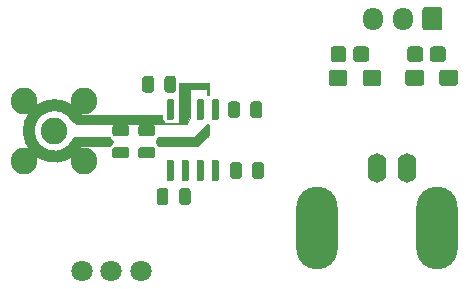
<source format=gts>
G04 #@! TF.GenerationSoftware,KiCad,Pcbnew,(5.1.5-0)*
G04 #@! TF.CreationDate,2020-06-12T16:12:48+02:00*
G04 #@! TF.ProjectId,Ampli_IMS,416d706c-695f-4494-9d53-2e6b69636164,rev?*
G04 #@! TF.SameCoordinates,Original*
G04 #@! TF.FileFunction,Soldermask,Top*
G04 #@! TF.FilePolarity,Negative*
%FSLAX46Y46*%
G04 Gerber Fmt 4.6, Leading zero omitted, Abs format (unit mm)*
G04 Created by KiCad (PCBNEW (5.1.5-0)) date 2020-06-12 16:12:48*
%MOMM*%
%LPD*%
G04 APERTURE LIST*
%ADD10C,1.000000*%
%ADD11C,0.100000*%
%ADD12C,2.250000*%
%ADD13C,1.800000*%
%ADD14O,1.700000X1.950000*%
%ADD15O,1.600000X2.500000*%
%ADD16O,3.500000X7.000000*%
%ADD17C,0.050000*%
%ADD18C,0.254000*%
G04 APERTURE END LIST*
D10*
X30938291Y-34993995D02*
G75*
G02X30850000Y-32850000I-1938291J993995D01*
G01*
D11*
G36*
X53562005Y-28826204D02*
G01*
X53586273Y-28829804D01*
X53610072Y-28835765D01*
X53633171Y-28844030D01*
X53655350Y-28854520D01*
X53676393Y-28867132D01*
X53696099Y-28881747D01*
X53714277Y-28898223D01*
X53730753Y-28916401D01*
X53745368Y-28936107D01*
X53757980Y-28957150D01*
X53768470Y-28979329D01*
X53776735Y-29002428D01*
X53782696Y-29026227D01*
X53786296Y-29050495D01*
X53787500Y-29074999D01*
X53787500Y-29925001D01*
X53786296Y-29949505D01*
X53782696Y-29973773D01*
X53776735Y-29997572D01*
X53768470Y-30020671D01*
X53757980Y-30042850D01*
X53745368Y-30063893D01*
X53730753Y-30083599D01*
X53714277Y-30101777D01*
X53696099Y-30118253D01*
X53676393Y-30132868D01*
X53655350Y-30145480D01*
X53633171Y-30155970D01*
X53610072Y-30164235D01*
X53586273Y-30170196D01*
X53562005Y-30173796D01*
X53537501Y-30175000D01*
X52462499Y-30175000D01*
X52437995Y-30173796D01*
X52413727Y-30170196D01*
X52389928Y-30164235D01*
X52366829Y-30155970D01*
X52344650Y-30145480D01*
X52323607Y-30132868D01*
X52303901Y-30118253D01*
X52285723Y-30101777D01*
X52269247Y-30083599D01*
X52254632Y-30063893D01*
X52242020Y-30042850D01*
X52231530Y-30020671D01*
X52223265Y-29997572D01*
X52217304Y-29973773D01*
X52213704Y-29949505D01*
X52212500Y-29925001D01*
X52212500Y-29074999D01*
X52213704Y-29050495D01*
X52217304Y-29026227D01*
X52223265Y-29002428D01*
X52231530Y-28979329D01*
X52242020Y-28957150D01*
X52254632Y-28936107D01*
X52269247Y-28916401D01*
X52285723Y-28898223D01*
X52303901Y-28881747D01*
X52323607Y-28867132D01*
X52344650Y-28854520D01*
X52366829Y-28844030D01*
X52389928Y-28835765D01*
X52413727Y-28829804D01*
X52437995Y-28826204D01*
X52462499Y-28825000D01*
X53537501Y-28825000D01*
X53562005Y-28826204D01*
G37*
G36*
X56437005Y-28826204D02*
G01*
X56461273Y-28829804D01*
X56485072Y-28835765D01*
X56508171Y-28844030D01*
X56530350Y-28854520D01*
X56551393Y-28867132D01*
X56571099Y-28881747D01*
X56589277Y-28898223D01*
X56605753Y-28916401D01*
X56620368Y-28936107D01*
X56632980Y-28957150D01*
X56643470Y-28979329D01*
X56651735Y-29002428D01*
X56657696Y-29026227D01*
X56661296Y-29050495D01*
X56662500Y-29074999D01*
X56662500Y-29925001D01*
X56661296Y-29949505D01*
X56657696Y-29973773D01*
X56651735Y-29997572D01*
X56643470Y-30020671D01*
X56632980Y-30042850D01*
X56620368Y-30063893D01*
X56605753Y-30083599D01*
X56589277Y-30101777D01*
X56571099Y-30118253D01*
X56551393Y-30132868D01*
X56530350Y-30145480D01*
X56508171Y-30155970D01*
X56485072Y-30164235D01*
X56461273Y-30170196D01*
X56437005Y-30173796D01*
X56412501Y-30175000D01*
X55337499Y-30175000D01*
X55312995Y-30173796D01*
X55288727Y-30170196D01*
X55264928Y-30164235D01*
X55241829Y-30155970D01*
X55219650Y-30145480D01*
X55198607Y-30132868D01*
X55178901Y-30118253D01*
X55160723Y-30101777D01*
X55144247Y-30083599D01*
X55129632Y-30063893D01*
X55117020Y-30042850D01*
X55106530Y-30020671D01*
X55098265Y-29997572D01*
X55092304Y-29973773D01*
X55088704Y-29949505D01*
X55087500Y-29925001D01*
X55087500Y-29074999D01*
X55088704Y-29050495D01*
X55092304Y-29026227D01*
X55098265Y-29002428D01*
X55106530Y-28979329D01*
X55117020Y-28957150D01*
X55129632Y-28936107D01*
X55144247Y-28916401D01*
X55160723Y-28898223D01*
X55178901Y-28881747D01*
X55198607Y-28867132D01*
X55219650Y-28854520D01*
X55241829Y-28844030D01*
X55264928Y-28835765D01*
X55288727Y-28829804D01*
X55312995Y-28826204D01*
X55337499Y-28825000D01*
X56412501Y-28825000D01*
X56437005Y-28826204D01*
G37*
G36*
X53474504Y-26851204D02*
G01*
X53498773Y-26854804D01*
X53522571Y-26860765D01*
X53545671Y-26869030D01*
X53567849Y-26879520D01*
X53588893Y-26892133D01*
X53608598Y-26906747D01*
X53626777Y-26923223D01*
X53643253Y-26941402D01*
X53657867Y-26961107D01*
X53670480Y-26982151D01*
X53680970Y-27004329D01*
X53689235Y-27027429D01*
X53695196Y-27051227D01*
X53698796Y-27075496D01*
X53700000Y-27100000D01*
X53700000Y-27900000D01*
X53698796Y-27924504D01*
X53695196Y-27948773D01*
X53689235Y-27972571D01*
X53680970Y-27995671D01*
X53670480Y-28017849D01*
X53657867Y-28038893D01*
X53643253Y-28058598D01*
X53626777Y-28076777D01*
X53608598Y-28093253D01*
X53588893Y-28107867D01*
X53567849Y-28120480D01*
X53545671Y-28130970D01*
X53522571Y-28139235D01*
X53498773Y-28145196D01*
X53474504Y-28148796D01*
X53450000Y-28150000D01*
X52625000Y-28150000D01*
X52600496Y-28148796D01*
X52576227Y-28145196D01*
X52552429Y-28139235D01*
X52529329Y-28130970D01*
X52507151Y-28120480D01*
X52486107Y-28107867D01*
X52466402Y-28093253D01*
X52448223Y-28076777D01*
X52431747Y-28058598D01*
X52417133Y-28038893D01*
X52404520Y-28017849D01*
X52394030Y-27995671D01*
X52385765Y-27972571D01*
X52379804Y-27948773D01*
X52376204Y-27924504D01*
X52375000Y-27900000D01*
X52375000Y-27100000D01*
X52376204Y-27075496D01*
X52379804Y-27051227D01*
X52385765Y-27027429D01*
X52394030Y-27004329D01*
X52404520Y-26982151D01*
X52417133Y-26961107D01*
X52431747Y-26941402D01*
X52448223Y-26923223D01*
X52466402Y-26906747D01*
X52486107Y-26892133D01*
X52507151Y-26879520D01*
X52529329Y-26869030D01*
X52552429Y-26860765D01*
X52576227Y-26854804D01*
X52600496Y-26851204D01*
X52625000Y-26850000D01*
X53450000Y-26850000D01*
X53474504Y-26851204D01*
G37*
G36*
X55399504Y-26851204D02*
G01*
X55423773Y-26854804D01*
X55447571Y-26860765D01*
X55470671Y-26869030D01*
X55492849Y-26879520D01*
X55513893Y-26892133D01*
X55533598Y-26906747D01*
X55551777Y-26923223D01*
X55568253Y-26941402D01*
X55582867Y-26961107D01*
X55595480Y-26982151D01*
X55605970Y-27004329D01*
X55614235Y-27027429D01*
X55620196Y-27051227D01*
X55623796Y-27075496D01*
X55625000Y-27100000D01*
X55625000Y-27900000D01*
X55623796Y-27924504D01*
X55620196Y-27948773D01*
X55614235Y-27972571D01*
X55605970Y-27995671D01*
X55595480Y-28017849D01*
X55582867Y-28038893D01*
X55568253Y-28058598D01*
X55551777Y-28076777D01*
X55533598Y-28093253D01*
X55513893Y-28107867D01*
X55492849Y-28120480D01*
X55470671Y-28130970D01*
X55447571Y-28139235D01*
X55423773Y-28145196D01*
X55399504Y-28148796D01*
X55375000Y-28150000D01*
X54550000Y-28150000D01*
X54525496Y-28148796D01*
X54501227Y-28145196D01*
X54477429Y-28139235D01*
X54454329Y-28130970D01*
X54432151Y-28120480D01*
X54411107Y-28107867D01*
X54391402Y-28093253D01*
X54373223Y-28076777D01*
X54356747Y-28058598D01*
X54342133Y-28038893D01*
X54329520Y-28017849D01*
X54319030Y-27995671D01*
X54310765Y-27972571D01*
X54304804Y-27948773D01*
X54301204Y-27924504D01*
X54300000Y-27900000D01*
X54300000Y-27100000D01*
X54301204Y-27075496D01*
X54304804Y-27051227D01*
X54310765Y-27027429D01*
X54319030Y-27004329D01*
X54329520Y-26982151D01*
X54342133Y-26961107D01*
X54356747Y-26941402D01*
X54373223Y-26923223D01*
X54391402Y-26906747D01*
X54411107Y-26892133D01*
X54432151Y-26879520D01*
X54454329Y-26869030D01*
X54477429Y-26860765D01*
X54501227Y-26854804D01*
X54525496Y-26851204D01*
X54550000Y-26850000D01*
X55375000Y-26850000D01*
X55399504Y-26851204D01*
G37*
G36*
X61899504Y-26851204D02*
G01*
X61923773Y-26854804D01*
X61947571Y-26860765D01*
X61970671Y-26869030D01*
X61992849Y-26879520D01*
X62013893Y-26892133D01*
X62033598Y-26906747D01*
X62051777Y-26923223D01*
X62068253Y-26941402D01*
X62082867Y-26961107D01*
X62095480Y-26982151D01*
X62105970Y-27004329D01*
X62114235Y-27027429D01*
X62120196Y-27051227D01*
X62123796Y-27075496D01*
X62125000Y-27100000D01*
X62125000Y-27900000D01*
X62123796Y-27924504D01*
X62120196Y-27948773D01*
X62114235Y-27972571D01*
X62105970Y-27995671D01*
X62095480Y-28017849D01*
X62082867Y-28038893D01*
X62068253Y-28058598D01*
X62051777Y-28076777D01*
X62033598Y-28093253D01*
X62013893Y-28107867D01*
X61992849Y-28120480D01*
X61970671Y-28130970D01*
X61947571Y-28139235D01*
X61923773Y-28145196D01*
X61899504Y-28148796D01*
X61875000Y-28150000D01*
X61050000Y-28150000D01*
X61025496Y-28148796D01*
X61001227Y-28145196D01*
X60977429Y-28139235D01*
X60954329Y-28130970D01*
X60932151Y-28120480D01*
X60911107Y-28107867D01*
X60891402Y-28093253D01*
X60873223Y-28076777D01*
X60856747Y-28058598D01*
X60842133Y-28038893D01*
X60829520Y-28017849D01*
X60819030Y-27995671D01*
X60810765Y-27972571D01*
X60804804Y-27948773D01*
X60801204Y-27924504D01*
X60800000Y-27900000D01*
X60800000Y-27100000D01*
X60801204Y-27075496D01*
X60804804Y-27051227D01*
X60810765Y-27027429D01*
X60819030Y-27004329D01*
X60829520Y-26982151D01*
X60842133Y-26961107D01*
X60856747Y-26941402D01*
X60873223Y-26923223D01*
X60891402Y-26906747D01*
X60911107Y-26892133D01*
X60932151Y-26879520D01*
X60954329Y-26869030D01*
X60977429Y-26860765D01*
X61001227Y-26854804D01*
X61025496Y-26851204D01*
X61050000Y-26850000D01*
X61875000Y-26850000D01*
X61899504Y-26851204D01*
G37*
G36*
X59974504Y-26851204D02*
G01*
X59998773Y-26854804D01*
X60022571Y-26860765D01*
X60045671Y-26869030D01*
X60067849Y-26879520D01*
X60088893Y-26892133D01*
X60108598Y-26906747D01*
X60126777Y-26923223D01*
X60143253Y-26941402D01*
X60157867Y-26961107D01*
X60170480Y-26982151D01*
X60180970Y-27004329D01*
X60189235Y-27027429D01*
X60195196Y-27051227D01*
X60198796Y-27075496D01*
X60200000Y-27100000D01*
X60200000Y-27900000D01*
X60198796Y-27924504D01*
X60195196Y-27948773D01*
X60189235Y-27972571D01*
X60180970Y-27995671D01*
X60170480Y-28017849D01*
X60157867Y-28038893D01*
X60143253Y-28058598D01*
X60126777Y-28076777D01*
X60108598Y-28093253D01*
X60088893Y-28107867D01*
X60067849Y-28120480D01*
X60045671Y-28130970D01*
X60022571Y-28139235D01*
X59998773Y-28145196D01*
X59974504Y-28148796D01*
X59950000Y-28150000D01*
X59125000Y-28150000D01*
X59100496Y-28148796D01*
X59076227Y-28145196D01*
X59052429Y-28139235D01*
X59029329Y-28130970D01*
X59007151Y-28120480D01*
X58986107Y-28107867D01*
X58966402Y-28093253D01*
X58948223Y-28076777D01*
X58931747Y-28058598D01*
X58917133Y-28038893D01*
X58904520Y-28017849D01*
X58894030Y-27995671D01*
X58885765Y-27972571D01*
X58879804Y-27948773D01*
X58876204Y-27924504D01*
X58875000Y-27900000D01*
X58875000Y-27100000D01*
X58876204Y-27075496D01*
X58879804Y-27051227D01*
X58885765Y-27027429D01*
X58894030Y-27004329D01*
X58904520Y-26982151D01*
X58917133Y-26961107D01*
X58931747Y-26941402D01*
X58948223Y-26923223D01*
X58966402Y-26906747D01*
X58986107Y-26892133D01*
X59007151Y-26879520D01*
X59029329Y-26869030D01*
X59052429Y-26860765D01*
X59076227Y-26854804D01*
X59100496Y-26851204D01*
X59125000Y-26850000D01*
X59950000Y-26850000D01*
X59974504Y-26851204D01*
G37*
G36*
X62937005Y-28826204D02*
G01*
X62961273Y-28829804D01*
X62985072Y-28835765D01*
X63008171Y-28844030D01*
X63030350Y-28854520D01*
X63051393Y-28867132D01*
X63071099Y-28881747D01*
X63089277Y-28898223D01*
X63105753Y-28916401D01*
X63120368Y-28936107D01*
X63132980Y-28957150D01*
X63143470Y-28979329D01*
X63151735Y-29002428D01*
X63157696Y-29026227D01*
X63161296Y-29050495D01*
X63162500Y-29074999D01*
X63162500Y-29925001D01*
X63161296Y-29949505D01*
X63157696Y-29973773D01*
X63151735Y-29997572D01*
X63143470Y-30020671D01*
X63132980Y-30042850D01*
X63120368Y-30063893D01*
X63105753Y-30083599D01*
X63089277Y-30101777D01*
X63071099Y-30118253D01*
X63051393Y-30132868D01*
X63030350Y-30145480D01*
X63008171Y-30155970D01*
X62985072Y-30164235D01*
X62961273Y-30170196D01*
X62937005Y-30173796D01*
X62912501Y-30175000D01*
X61837499Y-30175000D01*
X61812995Y-30173796D01*
X61788727Y-30170196D01*
X61764928Y-30164235D01*
X61741829Y-30155970D01*
X61719650Y-30145480D01*
X61698607Y-30132868D01*
X61678901Y-30118253D01*
X61660723Y-30101777D01*
X61644247Y-30083599D01*
X61629632Y-30063893D01*
X61617020Y-30042850D01*
X61606530Y-30020671D01*
X61598265Y-29997572D01*
X61592304Y-29973773D01*
X61588704Y-29949505D01*
X61587500Y-29925001D01*
X61587500Y-29074999D01*
X61588704Y-29050495D01*
X61592304Y-29026227D01*
X61598265Y-29002428D01*
X61606530Y-28979329D01*
X61617020Y-28957150D01*
X61629632Y-28936107D01*
X61644247Y-28916401D01*
X61660723Y-28898223D01*
X61678901Y-28881747D01*
X61698607Y-28867132D01*
X61719650Y-28854520D01*
X61741829Y-28844030D01*
X61764928Y-28835765D01*
X61788727Y-28829804D01*
X61812995Y-28826204D01*
X61837499Y-28825000D01*
X62912501Y-28825000D01*
X62937005Y-28826204D01*
G37*
G36*
X60062005Y-28826204D02*
G01*
X60086273Y-28829804D01*
X60110072Y-28835765D01*
X60133171Y-28844030D01*
X60155350Y-28854520D01*
X60176393Y-28867132D01*
X60196099Y-28881747D01*
X60214277Y-28898223D01*
X60230753Y-28916401D01*
X60245368Y-28936107D01*
X60257980Y-28957150D01*
X60268470Y-28979329D01*
X60276735Y-29002428D01*
X60282696Y-29026227D01*
X60286296Y-29050495D01*
X60287500Y-29074999D01*
X60287500Y-29925001D01*
X60286296Y-29949505D01*
X60282696Y-29973773D01*
X60276735Y-29997572D01*
X60268470Y-30020671D01*
X60257980Y-30042850D01*
X60245368Y-30063893D01*
X60230753Y-30083599D01*
X60214277Y-30101777D01*
X60196099Y-30118253D01*
X60176393Y-30132868D01*
X60155350Y-30145480D01*
X60133171Y-30155970D01*
X60110072Y-30164235D01*
X60086273Y-30170196D01*
X60062005Y-30173796D01*
X60037501Y-30175000D01*
X58962499Y-30175000D01*
X58937995Y-30173796D01*
X58913727Y-30170196D01*
X58889928Y-30164235D01*
X58866829Y-30155970D01*
X58844650Y-30145480D01*
X58823607Y-30132868D01*
X58803901Y-30118253D01*
X58785723Y-30101777D01*
X58769247Y-30083599D01*
X58754632Y-30063893D01*
X58742020Y-30042850D01*
X58731530Y-30020671D01*
X58723265Y-29997572D01*
X58717304Y-29973773D01*
X58713704Y-29949505D01*
X58712500Y-29925001D01*
X58712500Y-29074999D01*
X58713704Y-29050495D01*
X58717304Y-29026227D01*
X58723265Y-29002428D01*
X58731530Y-28979329D01*
X58742020Y-28957150D01*
X58754632Y-28936107D01*
X58769247Y-28916401D01*
X58785723Y-28898223D01*
X58803901Y-28881747D01*
X58823607Y-28867132D01*
X58844650Y-28854520D01*
X58866829Y-28844030D01*
X58889928Y-28835765D01*
X58913727Y-28829804D01*
X58937995Y-28826204D01*
X58962499Y-28825000D01*
X60037501Y-28825000D01*
X60062005Y-28826204D01*
G37*
G36*
X42764703Y-31325722D02*
G01*
X42779264Y-31327882D01*
X42793543Y-31331459D01*
X42807403Y-31336418D01*
X42820710Y-31342712D01*
X42833336Y-31350280D01*
X42845159Y-31359048D01*
X42856066Y-31368934D01*
X42865952Y-31379841D01*
X42874720Y-31391664D01*
X42882288Y-31404290D01*
X42888582Y-31417597D01*
X42893541Y-31431457D01*
X42897118Y-31445736D01*
X42899278Y-31460297D01*
X42900000Y-31475000D01*
X42900000Y-32925000D01*
X42899278Y-32939703D01*
X42897118Y-32954264D01*
X42893541Y-32968543D01*
X42888582Y-32982403D01*
X42882288Y-32995710D01*
X42874720Y-33008336D01*
X42865952Y-33020159D01*
X42856066Y-33031066D01*
X42845159Y-33040952D01*
X42833336Y-33049720D01*
X42820710Y-33057288D01*
X42807403Y-33063582D01*
X42793543Y-33068541D01*
X42779264Y-33072118D01*
X42764703Y-33074278D01*
X42750000Y-33075000D01*
X42450000Y-33075000D01*
X42435297Y-33074278D01*
X42420736Y-33072118D01*
X42406457Y-33068541D01*
X42392597Y-33063582D01*
X42379290Y-33057288D01*
X42366664Y-33049720D01*
X42354841Y-33040952D01*
X42343934Y-33031066D01*
X42334048Y-33020159D01*
X42325280Y-33008336D01*
X42317712Y-32995710D01*
X42311418Y-32982403D01*
X42306459Y-32968543D01*
X42302882Y-32954264D01*
X42300722Y-32939703D01*
X42300000Y-32925000D01*
X42300000Y-31475000D01*
X42300722Y-31460297D01*
X42302882Y-31445736D01*
X42306459Y-31431457D01*
X42311418Y-31417597D01*
X42317712Y-31404290D01*
X42325280Y-31391664D01*
X42334048Y-31379841D01*
X42343934Y-31368934D01*
X42354841Y-31359048D01*
X42366664Y-31350280D01*
X42379290Y-31342712D01*
X42392597Y-31336418D01*
X42406457Y-31331459D01*
X42420736Y-31327882D01*
X42435297Y-31325722D01*
X42450000Y-31325000D01*
X42750000Y-31325000D01*
X42764703Y-31325722D01*
G37*
G36*
X41494703Y-31325722D02*
G01*
X41509264Y-31327882D01*
X41523543Y-31331459D01*
X41537403Y-31336418D01*
X41550710Y-31342712D01*
X41563336Y-31350280D01*
X41575159Y-31359048D01*
X41586066Y-31368934D01*
X41595952Y-31379841D01*
X41604720Y-31391664D01*
X41612288Y-31404290D01*
X41618582Y-31417597D01*
X41623541Y-31431457D01*
X41627118Y-31445736D01*
X41629278Y-31460297D01*
X41630000Y-31475000D01*
X41630000Y-32925000D01*
X41629278Y-32939703D01*
X41627118Y-32954264D01*
X41623541Y-32968543D01*
X41618582Y-32982403D01*
X41612288Y-32995710D01*
X41604720Y-33008336D01*
X41595952Y-33020159D01*
X41586066Y-33031066D01*
X41575159Y-33040952D01*
X41563336Y-33049720D01*
X41550710Y-33057288D01*
X41537403Y-33063582D01*
X41523543Y-33068541D01*
X41509264Y-33072118D01*
X41494703Y-33074278D01*
X41480000Y-33075000D01*
X41180000Y-33075000D01*
X41165297Y-33074278D01*
X41150736Y-33072118D01*
X41136457Y-33068541D01*
X41122597Y-33063582D01*
X41109290Y-33057288D01*
X41096664Y-33049720D01*
X41084841Y-33040952D01*
X41073934Y-33031066D01*
X41064048Y-33020159D01*
X41055280Y-33008336D01*
X41047712Y-32995710D01*
X41041418Y-32982403D01*
X41036459Y-32968543D01*
X41032882Y-32954264D01*
X41030722Y-32939703D01*
X41030000Y-32925000D01*
X41030000Y-31475000D01*
X41030722Y-31460297D01*
X41032882Y-31445736D01*
X41036459Y-31431457D01*
X41041418Y-31417597D01*
X41047712Y-31404290D01*
X41055280Y-31391664D01*
X41064048Y-31379841D01*
X41073934Y-31368934D01*
X41084841Y-31359048D01*
X41096664Y-31350280D01*
X41109290Y-31342712D01*
X41122597Y-31336418D01*
X41136457Y-31331459D01*
X41150736Y-31327882D01*
X41165297Y-31325722D01*
X41180000Y-31325000D01*
X41480000Y-31325000D01*
X41494703Y-31325722D01*
G37*
G36*
X40224703Y-31325722D02*
G01*
X40239264Y-31327882D01*
X40253543Y-31331459D01*
X40267403Y-31336418D01*
X40280710Y-31342712D01*
X40293336Y-31350280D01*
X40305159Y-31359048D01*
X40316066Y-31368934D01*
X40325952Y-31379841D01*
X40334720Y-31391664D01*
X40342288Y-31404290D01*
X40348582Y-31417597D01*
X40353541Y-31431457D01*
X40357118Y-31445736D01*
X40359278Y-31460297D01*
X40360000Y-31475000D01*
X40360000Y-32925000D01*
X40359278Y-32939703D01*
X40357118Y-32954264D01*
X40353541Y-32968543D01*
X40348582Y-32982403D01*
X40342288Y-32995710D01*
X40334720Y-33008336D01*
X40325952Y-33020159D01*
X40316066Y-33031066D01*
X40305159Y-33040952D01*
X40293336Y-33049720D01*
X40280710Y-33057288D01*
X40267403Y-33063582D01*
X40253543Y-33068541D01*
X40239264Y-33072118D01*
X40224703Y-33074278D01*
X40210000Y-33075000D01*
X39910000Y-33075000D01*
X39895297Y-33074278D01*
X39880736Y-33072118D01*
X39866457Y-33068541D01*
X39852597Y-33063582D01*
X39839290Y-33057288D01*
X39826664Y-33049720D01*
X39814841Y-33040952D01*
X39803934Y-33031066D01*
X39794048Y-33020159D01*
X39785280Y-33008336D01*
X39777712Y-32995710D01*
X39771418Y-32982403D01*
X39766459Y-32968543D01*
X39762882Y-32954264D01*
X39760722Y-32939703D01*
X39760000Y-32925000D01*
X39760000Y-31475000D01*
X39760722Y-31460297D01*
X39762882Y-31445736D01*
X39766459Y-31431457D01*
X39771418Y-31417597D01*
X39777712Y-31404290D01*
X39785280Y-31391664D01*
X39794048Y-31379841D01*
X39803934Y-31368934D01*
X39814841Y-31359048D01*
X39826664Y-31350280D01*
X39839290Y-31342712D01*
X39852597Y-31336418D01*
X39866457Y-31331459D01*
X39880736Y-31327882D01*
X39895297Y-31325722D01*
X39910000Y-31325000D01*
X40210000Y-31325000D01*
X40224703Y-31325722D01*
G37*
G36*
X38954703Y-31325722D02*
G01*
X38969264Y-31327882D01*
X38983543Y-31331459D01*
X38997403Y-31336418D01*
X39010710Y-31342712D01*
X39023336Y-31350280D01*
X39035159Y-31359048D01*
X39046066Y-31368934D01*
X39055952Y-31379841D01*
X39064720Y-31391664D01*
X39072288Y-31404290D01*
X39078582Y-31417597D01*
X39083541Y-31431457D01*
X39087118Y-31445736D01*
X39089278Y-31460297D01*
X39090000Y-31475000D01*
X39090000Y-32925000D01*
X39089278Y-32939703D01*
X39087118Y-32954264D01*
X39083541Y-32968543D01*
X39078582Y-32982403D01*
X39072288Y-32995710D01*
X39064720Y-33008336D01*
X39055952Y-33020159D01*
X39046066Y-33031066D01*
X39035159Y-33040952D01*
X39023336Y-33049720D01*
X39010710Y-33057288D01*
X38997403Y-33063582D01*
X38983543Y-33068541D01*
X38969264Y-33072118D01*
X38954703Y-33074278D01*
X38940000Y-33075000D01*
X38640000Y-33075000D01*
X38625297Y-33074278D01*
X38610736Y-33072118D01*
X38596457Y-33068541D01*
X38582597Y-33063582D01*
X38569290Y-33057288D01*
X38556664Y-33049720D01*
X38544841Y-33040952D01*
X38533934Y-33031066D01*
X38524048Y-33020159D01*
X38515280Y-33008336D01*
X38507712Y-32995710D01*
X38501418Y-32982403D01*
X38496459Y-32968543D01*
X38492882Y-32954264D01*
X38490722Y-32939703D01*
X38490000Y-32925000D01*
X38490000Y-31475000D01*
X38490722Y-31460297D01*
X38492882Y-31445736D01*
X38496459Y-31431457D01*
X38501418Y-31417597D01*
X38507712Y-31404290D01*
X38515280Y-31391664D01*
X38524048Y-31379841D01*
X38533934Y-31368934D01*
X38544841Y-31359048D01*
X38556664Y-31350280D01*
X38569290Y-31342712D01*
X38582597Y-31336418D01*
X38596457Y-31331459D01*
X38610736Y-31327882D01*
X38625297Y-31325722D01*
X38640000Y-31325000D01*
X38940000Y-31325000D01*
X38954703Y-31325722D01*
G37*
G36*
X38954703Y-36475722D02*
G01*
X38969264Y-36477882D01*
X38983543Y-36481459D01*
X38997403Y-36486418D01*
X39010710Y-36492712D01*
X39023336Y-36500280D01*
X39035159Y-36509048D01*
X39046066Y-36518934D01*
X39055952Y-36529841D01*
X39064720Y-36541664D01*
X39072288Y-36554290D01*
X39078582Y-36567597D01*
X39083541Y-36581457D01*
X39087118Y-36595736D01*
X39089278Y-36610297D01*
X39090000Y-36625000D01*
X39090000Y-38075000D01*
X39089278Y-38089703D01*
X39087118Y-38104264D01*
X39083541Y-38118543D01*
X39078582Y-38132403D01*
X39072288Y-38145710D01*
X39064720Y-38158336D01*
X39055952Y-38170159D01*
X39046066Y-38181066D01*
X39035159Y-38190952D01*
X39023336Y-38199720D01*
X39010710Y-38207288D01*
X38997403Y-38213582D01*
X38983543Y-38218541D01*
X38969264Y-38222118D01*
X38954703Y-38224278D01*
X38940000Y-38225000D01*
X38640000Y-38225000D01*
X38625297Y-38224278D01*
X38610736Y-38222118D01*
X38596457Y-38218541D01*
X38582597Y-38213582D01*
X38569290Y-38207288D01*
X38556664Y-38199720D01*
X38544841Y-38190952D01*
X38533934Y-38181066D01*
X38524048Y-38170159D01*
X38515280Y-38158336D01*
X38507712Y-38145710D01*
X38501418Y-38132403D01*
X38496459Y-38118543D01*
X38492882Y-38104264D01*
X38490722Y-38089703D01*
X38490000Y-38075000D01*
X38490000Y-36625000D01*
X38490722Y-36610297D01*
X38492882Y-36595736D01*
X38496459Y-36581457D01*
X38501418Y-36567597D01*
X38507712Y-36554290D01*
X38515280Y-36541664D01*
X38524048Y-36529841D01*
X38533934Y-36518934D01*
X38544841Y-36509048D01*
X38556664Y-36500280D01*
X38569290Y-36492712D01*
X38582597Y-36486418D01*
X38596457Y-36481459D01*
X38610736Y-36477882D01*
X38625297Y-36475722D01*
X38640000Y-36475000D01*
X38940000Y-36475000D01*
X38954703Y-36475722D01*
G37*
G36*
X40224703Y-36475722D02*
G01*
X40239264Y-36477882D01*
X40253543Y-36481459D01*
X40267403Y-36486418D01*
X40280710Y-36492712D01*
X40293336Y-36500280D01*
X40305159Y-36509048D01*
X40316066Y-36518934D01*
X40325952Y-36529841D01*
X40334720Y-36541664D01*
X40342288Y-36554290D01*
X40348582Y-36567597D01*
X40353541Y-36581457D01*
X40357118Y-36595736D01*
X40359278Y-36610297D01*
X40360000Y-36625000D01*
X40360000Y-38075000D01*
X40359278Y-38089703D01*
X40357118Y-38104264D01*
X40353541Y-38118543D01*
X40348582Y-38132403D01*
X40342288Y-38145710D01*
X40334720Y-38158336D01*
X40325952Y-38170159D01*
X40316066Y-38181066D01*
X40305159Y-38190952D01*
X40293336Y-38199720D01*
X40280710Y-38207288D01*
X40267403Y-38213582D01*
X40253543Y-38218541D01*
X40239264Y-38222118D01*
X40224703Y-38224278D01*
X40210000Y-38225000D01*
X39910000Y-38225000D01*
X39895297Y-38224278D01*
X39880736Y-38222118D01*
X39866457Y-38218541D01*
X39852597Y-38213582D01*
X39839290Y-38207288D01*
X39826664Y-38199720D01*
X39814841Y-38190952D01*
X39803934Y-38181066D01*
X39794048Y-38170159D01*
X39785280Y-38158336D01*
X39777712Y-38145710D01*
X39771418Y-38132403D01*
X39766459Y-38118543D01*
X39762882Y-38104264D01*
X39760722Y-38089703D01*
X39760000Y-38075000D01*
X39760000Y-36625000D01*
X39760722Y-36610297D01*
X39762882Y-36595736D01*
X39766459Y-36581457D01*
X39771418Y-36567597D01*
X39777712Y-36554290D01*
X39785280Y-36541664D01*
X39794048Y-36529841D01*
X39803934Y-36518934D01*
X39814841Y-36509048D01*
X39826664Y-36500280D01*
X39839290Y-36492712D01*
X39852597Y-36486418D01*
X39866457Y-36481459D01*
X39880736Y-36477882D01*
X39895297Y-36475722D01*
X39910000Y-36475000D01*
X40210000Y-36475000D01*
X40224703Y-36475722D01*
G37*
G36*
X41494703Y-36475722D02*
G01*
X41509264Y-36477882D01*
X41523543Y-36481459D01*
X41537403Y-36486418D01*
X41550710Y-36492712D01*
X41563336Y-36500280D01*
X41575159Y-36509048D01*
X41586066Y-36518934D01*
X41595952Y-36529841D01*
X41604720Y-36541664D01*
X41612288Y-36554290D01*
X41618582Y-36567597D01*
X41623541Y-36581457D01*
X41627118Y-36595736D01*
X41629278Y-36610297D01*
X41630000Y-36625000D01*
X41630000Y-38075000D01*
X41629278Y-38089703D01*
X41627118Y-38104264D01*
X41623541Y-38118543D01*
X41618582Y-38132403D01*
X41612288Y-38145710D01*
X41604720Y-38158336D01*
X41595952Y-38170159D01*
X41586066Y-38181066D01*
X41575159Y-38190952D01*
X41563336Y-38199720D01*
X41550710Y-38207288D01*
X41537403Y-38213582D01*
X41523543Y-38218541D01*
X41509264Y-38222118D01*
X41494703Y-38224278D01*
X41480000Y-38225000D01*
X41180000Y-38225000D01*
X41165297Y-38224278D01*
X41150736Y-38222118D01*
X41136457Y-38218541D01*
X41122597Y-38213582D01*
X41109290Y-38207288D01*
X41096664Y-38199720D01*
X41084841Y-38190952D01*
X41073934Y-38181066D01*
X41064048Y-38170159D01*
X41055280Y-38158336D01*
X41047712Y-38145710D01*
X41041418Y-38132403D01*
X41036459Y-38118543D01*
X41032882Y-38104264D01*
X41030722Y-38089703D01*
X41030000Y-38075000D01*
X41030000Y-36625000D01*
X41030722Y-36610297D01*
X41032882Y-36595736D01*
X41036459Y-36581457D01*
X41041418Y-36567597D01*
X41047712Y-36554290D01*
X41055280Y-36541664D01*
X41064048Y-36529841D01*
X41073934Y-36518934D01*
X41084841Y-36509048D01*
X41096664Y-36500280D01*
X41109290Y-36492712D01*
X41122597Y-36486418D01*
X41136457Y-36481459D01*
X41150736Y-36477882D01*
X41165297Y-36475722D01*
X41180000Y-36475000D01*
X41480000Y-36475000D01*
X41494703Y-36475722D01*
G37*
G36*
X42764703Y-36475722D02*
G01*
X42779264Y-36477882D01*
X42793543Y-36481459D01*
X42807403Y-36486418D01*
X42820710Y-36492712D01*
X42833336Y-36500280D01*
X42845159Y-36509048D01*
X42856066Y-36518934D01*
X42865952Y-36529841D01*
X42874720Y-36541664D01*
X42882288Y-36554290D01*
X42888582Y-36567597D01*
X42893541Y-36581457D01*
X42897118Y-36595736D01*
X42899278Y-36610297D01*
X42900000Y-36625000D01*
X42900000Y-38075000D01*
X42899278Y-38089703D01*
X42897118Y-38104264D01*
X42893541Y-38118543D01*
X42888582Y-38132403D01*
X42882288Y-38145710D01*
X42874720Y-38158336D01*
X42865952Y-38170159D01*
X42856066Y-38181066D01*
X42845159Y-38190952D01*
X42833336Y-38199720D01*
X42820710Y-38207288D01*
X42807403Y-38213582D01*
X42793543Y-38218541D01*
X42779264Y-38222118D01*
X42764703Y-38224278D01*
X42750000Y-38225000D01*
X42450000Y-38225000D01*
X42435297Y-38224278D01*
X42420736Y-38222118D01*
X42406457Y-38218541D01*
X42392597Y-38213582D01*
X42379290Y-38207288D01*
X42366664Y-38199720D01*
X42354841Y-38190952D01*
X42343934Y-38181066D01*
X42334048Y-38170159D01*
X42325280Y-38158336D01*
X42317712Y-38145710D01*
X42311418Y-38132403D01*
X42306459Y-38118543D01*
X42302882Y-38104264D01*
X42300722Y-38089703D01*
X42300000Y-38075000D01*
X42300000Y-36625000D01*
X42300722Y-36610297D01*
X42302882Y-36595736D01*
X42306459Y-36581457D01*
X42311418Y-36567597D01*
X42317712Y-36554290D01*
X42325280Y-36541664D01*
X42334048Y-36529841D01*
X42343934Y-36518934D01*
X42354841Y-36509048D01*
X42366664Y-36500280D01*
X42379290Y-36492712D01*
X42392597Y-36486418D01*
X42406457Y-36481459D01*
X42420736Y-36477882D01*
X42435297Y-36475722D01*
X42450000Y-36475000D01*
X42750000Y-36475000D01*
X42764703Y-36475722D01*
G37*
G36*
X44467642Y-31501174D02*
G01*
X44491303Y-31504684D01*
X44514507Y-31510496D01*
X44537029Y-31518554D01*
X44558653Y-31528782D01*
X44579170Y-31541079D01*
X44598383Y-31555329D01*
X44616107Y-31571393D01*
X44632171Y-31589117D01*
X44646421Y-31608330D01*
X44658718Y-31628847D01*
X44668946Y-31650471D01*
X44677004Y-31672993D01*
X44682816Y-31696197D01*
X44686326Y-31719858D01*
X44687500Y-31743750D01*
X44687500Y-32656250D01*
X44686326Y-32680142D01*
X44682816Y-32703803D01*
X44677004Y-32727007D01*
X44668946Y-32749529D01*
X44658718Y-32771153D01*
X44646421Y-32791670D01*
X44632171Y-32810883D01*
X44616107Y-32828607D01*
X44598383Y-32844671D01*
X44579170Y-32858921D01*
X44558653Y-32871218D01*
X44537029Y-32881446D01*
X44514507Y-32889504D01*
X44491303Y-32895316D01*
X44467642Y-32898826D01*
X44443750Y-32900000D01*
X43956250Y-32900000D01*
X43932358Y-32898826D01*
X43908697Y-32895316D01*
X43885493Y-32889504D01*
X43862971Y-32881446D01*
X43841347Y-32871218D01*
X43820830Y-32858921D01*
X43801617Y-32844671D01*
X43783893Y-32828607D01*
X43767829Y-32810883D01*
X43753579Y-32791670D01*
X43741282Y-32771153D01*
X43731054Y-32749529D01*
X43722996Y-32727007D01*
X43717184Y-32703803D01*
X43713674Y-32680142D01*
X43712500Y-32656250D01*
X43712500Y-31743750D01*
X43713674Y-31719858D01*
X43717184Y-31696197D01*
X43722996Y-31672993D01*
X43731054Y-31650471D01*
X43741282Y-31628847D01*
X43753579Y-31608330D01*
X43767829Y-31589117D01*
X43783893Y-31571393D01*
X43801617Y-31555329D01*
X43820830Y-31541079D01*
X43841347Y-31528782D01*
X43862971Y-31518554D01*
X43885493Y-31510496D01*
X43908697Y-31504684D01*
X43932358Y-31501174D01*
X43956250Y-31500000D01*
X44443750Y-31500000D01*
X44467642Y-31501174D01*
G37*
G36*
X46342642Y-31501174D02*
G01*
X46366303Y-31504684D01*
X46389507Y-31510496D01*
X46412029Y-31518554D01*
X46433653Y-31528782D01*
X46454170Y-31541079D01*
X46473383Y-31555329D01*
X46491107Y-31571393D01*
X46507171Y-31589117D01*
X46521421Y-31608330D01*
X46533718Y-31628847D01*
X46543946Y-31650471D01*
X46552004Y-31672993D01*
X46557816Y-31696197D01*
X46561326Y-31719858D01*
X46562500Y-31743750D01*
X46562500Y-32656250D01*
X46561326Y-32680142D01*
X46557816Y-32703803D01*
X46552004Y-32727007D01*
X46543946Y-32749529D01*
X46533718Y-32771153D01*
X46521421Y-32791670D01*
X46507171Y-32810883D01*
X46491107Y-32828607D01*
X46473383Y-32844671D01*
X46454170Y-32858921D01*
X46433653Y-32871218D01*
X46412029Y-32881446D01*
X46389507Y-32889504D01*
X46366303Y-32895316D01*
X46342642Y-32898826D01*
X46318750Y-32900000D01*
X45831250Y-32900000D01*
X45807358Y-32898826D01*
X45783697Y-32895316D01*
X45760493Y-32889504D01*
X45737971Y-32881446D01*
X45716347Y-32871218D01*
X45695830Y-32858921D01*
X45676617Y-32844671D01*
X45658893Y-32828607D01*
X45642829Y-32810883D01*
X45628579Y-32791670D01*
X45616282Y-32771153D01*
X45606054Y-32749529D01*
X45597996Y-32727007D01*
X45592184Y-32703803D01*
X45588674Y-32680142D01*
X45587500Y-32656250D01*
X45587500Y-31743750D01*
X45588674Y-31719858D01*
X45592184Y-31696197D01*
X45597996Y-31672993D01*
X45606054Y-31650471D01*
X45616282Y-31628847D01*
X45628579Y-31608330D01*
X45642829Y-31589117D01*
X45658893Y-31571393D01*
X45676617Y-31555329D01*
X45695830Y-31541079D01*
X45716347Y-31528782D01*
X45737971Y-31518554D01*
X45760493Y-31510496D01*
X45783697Y-31504684D01*
X45807358Y-31501174D01*
X45831250Y-31500000D01*
X46318750Y-31500000D01*
X46342642Y-31501174D01*
G37*
G36*
X40305142Y-38851174D02*
G01*
X40328803Y-38854684D01*
X40352007Y-38860496D01*
X40374529Y-38868554D01*
X40396153Y-38878782D01*
X40416670Y-38891079D01*
X40435883Y-38905329D01*
X40453607Y-38921393D01*
X40469671Y-38939117D01*
X40483921Y-38958330D01*
X40496218Y-38978847D01*
X40506446Y-39000471D01*
X40514504Y-39022993D01*
X40520316Y-39046197D01*
X40523826Y-39069858D01*
X40525000Y-39093750D01*
X40525000Y-40006250D01*
X40523826Y-40030142D01*
X40520316Y-40053803D01*
X40514504Y-40077007D01*
X40506446Y-40099529D01*
X40496218Y-40121153D01*
X40483921Y-40141670D01*
X40469671Y-40160883D01*
X40453607Y-40178607D01*
X40435883Y-40194671D01*
X40416670Y-40208921D01*
X40396153Y-40221218D01*
X40374529Y-40231446D01*
X40352007Y-40239504D01*
X40328803Y-40245316D01*
X40305142Y-40248826D01*
X40281250Y-40250000D01*
X39793750Y-40250000D01*
X39769858Y-40248826D01*
X39746197Y-40245316D01*
X39722993Y-40239504D01*
X39700471Y-40231446D01*
X39678847Y-40221218D01*
X39658330Y-40208921D01*
X39639117Y-40194671D01*
X39621393Y-40178607D01*
X39605329Y-40160883D01*
X39591079Y-40141670D01*
X39578782Y-40121153D01*
X39568554Y-40099529D01*
X39560496Y-40077007D01*
X39554684Y-40053803D01*
X39551174Y-40030142D01*
X39550000Y-40006250D01*
X39550000Y-39093750D01*
X39551174Y-39069858D01*
X39554684Y-39046197D01*
X39560496Y-39022993D01*
X39568554Y-39000471D01*
X39578782Y-38978847D01*
X39591079Y-38958330D01*
X39605329Y-38939117D01*
X39621393Y-38921393D01*
X39639117Y-38905329D01*
X39658330Y-38891079D01*
X39678847Y-38878782D01*
X39700471Y-38868554D01*
X39722993Y-38860496D01*
X39746197Y-38854684D01*
X39769858Y-38851174D01*
X39793750Y-38850000D01*
X40281250Y-38850000D01*
X40305142Y-38851174D01*
G37*
G36*
X38430142Y-38851174D02*
G01*
X38453803Y-38854684D01*
X38477007Y-38860496D01*
X38499529Y-38868554D01*
X38521153Y-38878782D01*
X38541670Y-38891079D01*
X38560883Y-38905329D01*
X38578607Y-38921393D01*
X38594671Y-38939117D01*
X38608921Y-38958330D01*
X38621218Y-38978847D01*
X38631446Y-39000471D01*
X38639504Y-39022993D01*
X38645316Y-39046197D01*
X38648826Y-39069858D01*
X38650000Y-39093750D01*
X38650000Y-40006250D01*
X38648826Y-40030142D01*
X38645316Y-40053803D01*
X38639504Y-40077007D01*
X38631446Y-40099529D01*
X38621218Y-40121153D01*
X38608921Y-40141670D01*
X38594671Y-40160883D01*
X38578607Y-40178607D01*
X38560883Y-40194671D01*
X38541670Y-40208921D01*
X38521153Y-40221218D01*
X38499529Y-40231446D01*
X38477007Y-40239504D01*
X38453803Y-40245316D01*
X38430142Y-40248826D01*
X38406250Y-40250000D01*
X37918750Y-40250000D01*
X37894858Y-40248826D01*
X37871197Y-40245316D01*
X37847993Y-40239504D01*
X37825471Y-40231446D01*
X37803847Y-40221218D01*
X37783330Y-40208921D01*
X37764117Y-40194671D01*
X37746393Y-40178607D01*
X37730329Y-40160883D01*
X37716079Y-40141670D01*
X37703782Y-40121153D01*
X37693554Y-40099529D01*
X37685496Y-40077007D01*
X37679684Y-40053803D01*
X37676174Y-40030142D01*
X37675000Y-40006250D01*
X37675000Y-39093750D01*
X37676174Y-39069858D01*
X37679684Y-39046197D01*
X37685496Y-39022993D01*
X37693554Y-39000471D01*
X37703782Y-38978847D01*
X37716079Y-38958330D01*
X37730329Y-38939117D01*
X37746393Y-38921393D01*
X37764117Y-38905329D01*
X37783330Y-38891079D01*
X37803847Y-38878782D01*
X37825471Y-38868554D01*
X37847993Y-38860496D01*
X37871197Y-38854684D01*
X37894858Y-38851174D01*
X37918750Y-38850000D01*
X38406250Y-38850000D01*
X38430142Y-38851174D01*
G37*
G36*
X35080142Y-33476174D02*
G01*
X35103803Y-33479684D01*
X35127007Y-33485496D01*
X35149529Y-33493554D01*
X35171153Y-33503782D01*
X35191670Y-33516079D01*
X35210883Y-33530329D01*
X35228607Y-33546393D01*
X35244671Y-33564117D01*
X35258921Y-33583330D01*
X35271218Y-33603847D01*
X35281446Y-33625471D01*
X35289504Y-33647993D01*
X35295316Y-33671197D01*
X35298826Y-33694858D01*
X35300000Y-33718750D01*
X35300000Y-34206250D01*
X35298826Y-34230142D01*
X35295316Y-34253803D01*
X35289504Y-34277007D01*
X35281446Y-34299529D01*
X35271218Y-34321153D01*
X35258921Y-34341670D01*
X35244671Y-34360883D01*
X35228607Y-34378607D01*
X35210883Y-34394671D01*
X35191670Y-34408921D01*
X35171153Y-34421218D01*
X35149529Y-34431446D01*
X35127007Y-34439504D01*
X35103803Y-34445316D01*
X35080142Y-34448826D01*
X35056250Y-34450000D01*
X34143750Y-34450000D01*
X34119858Y-34448826D01*
X34096197Y-34445316D01*
X34072993Y-34439504D01*
X34050471Y-34431446D01*
X34028847Y-34421218D01*
X34008330Y-34408921D01*
X33989117Y-34394671D01*
X33971393Y-34378607D01*
X33955329Y-34360883D01*
X33941079Y-34341670D01*
X33928782Y-34321153D01*
X33918554Y-34299529D01*
X33910496Y-34277007D01*
X33904684Y-34253803D01*
X33901174Y-34230142D01*
X33900000Y-34206250D01*
X33900000Y-33718750D01*
X33901174Y-33694858D01*
X33904684Y-33671197D01*
X33910496Y-33647993D01*
X33918554Y-33625471D01*
X33928782Y-33603847D01*
X33941079Y-33583330D01*
X33955329Y-33564117D01*
X33971393Y-33546393D01*
X33989117Y-33530329D01*
X34008330Y-33516079D01*
X34028847Y-33503782D01*
X34050471Y-33493554D01*
X34072993Y-33485496D01*
X34096197Y-33479684D01*
X34119858Y-33476174D01*
X34143750Y-33475000D01*
X35056250Y-33475000D01*
X35080142Y-33476174D01*
G37*
G36*
X35080142Y-35351174D02*
G01*
X35103803Y-35354684D01*
X35127007Y-35360496D01*
X35149529Y-35368554D01*
X35171153Y-35378782D01*
X35191670Y-35391079D01*
X35210883Y-35405329D01*
X35228607Y-35421393D01*
X35244671Y-35439117D01*
X35258921Y-35458330D01*
X35271218Y-35478847D01*
X35281446Y-35500471D01*
X35289504Y-35522993D01*
X35295316Y-35546197D01*
X35298826Y-35569858D01*
X35300000Y-35593750D01*
X35300000Y-36081250D01*
X35298826Y-36105142D01*
X35295316Y-36128803D01*
X35289504Y-36152007D01*
X35281446Y-36174529D01*
X35271218Y-36196153D01*
X35258921Y-36216670D01*
X35244671Y-36235883D01*
X35228607Y-36253607D01*
X35210883Y-36269671D01*
X35191670Y-36283921D01*
X35171153Y-36296218D01*
X35149529Y-36306446D01*
X35127007Y-36314504D01*
X35103803Y-36320316D01*
X35080142Y-36323826D01*
X35056250Y-36325000D01*
X34143750Y-36325000D01*
X34119858Y-36323826D01*
X34096197Y-36320316D01*
X34072993Y-36314504D01*
X34050471Y-36306446D01*
X34028847Y-36296218D01*
X34008330Y-36283921D01*
X33989117Y-36269671D01*
X33971393Y-36253607D01*
X33955329Y-36235883D01*
X33941079Y-36216670D01*
X33928782Y-36196153D01*
X33918554Y-36174529D01*
X33910496Y-36152007D01*
X33904684Y-36128803D01*
X33901174Y-36105142D01*
X33900000Y-36081250D01*
X33900000Y-35593750D01*
X33901174Y-35569858D01*
X33904684Y-35546197D01*
X33910496Y-35522993D01*
X33918554Y-35500471D01*
X33928782Y-35478847D01*
X33941079Y-35458330D01*
X33955329Y-35439117D01*
X33971393Y-35421393D01*
X33989117Y-35405329D01*
X34008330Y-35391079D01*
X34028847Y-35378782D01*
X34050471Y-35368554D01*
X34072993Y-35360496D01*
X34096197Y-35354684D01*
X34119858Y-35351174D01*
X34143750Y-35350000D01*
X35056250Y-35350000D01*
X35080142Y-35351174D01*
G37*
D12*
X29000000Y-34000000D03*
X31540000Y-31460000D03*
X26460000Y-31460000D03*
X26460000Y-36540000D03*
X31540000Y-36540000D03*
D11*
G36*
X39067642Y-29351174D02*
G01*
X39091303Y-29354684D01*
X39114507Y-29360496D01*
X39137029Y-29368554D01*
X39158653Y-29378782D01*
X39179170Y-29391079D01*
X39198383Y-29405329D01*
X39216107Y-29421393D01*
X39232171Y-29439117D01*
X39246421Y-29458330D01*
X39258718Y-29478847D01*
X39268946Y-29500471D01*
X39277004Y-29522993D01*
X39282816Y-29546197D01*
X39286326Y-29569858D01*
X39287500Y-29593750D01*
X39287500Y-30506250D01*
X39286326Y-30530142D01*
X39282816Y-30553803D01*
X39277004Y-30577007D01*
X39268946Y-30599529D01*
X39258718Y-30621153D01*
X39246421Y-30641670D01*
X39232171Y-30660883D01*
X39216107Y-30678607D01*
X39198383Y-30694671D01*
X39179170Y-30708921D01*
X39158653Y-30721218D01*
X39137029Y-30731446D01*
X39114507Y-30739504D01*
X39091303Y-30745316D01*
X39067642Y-30748826D01*
X39043750Y-30750000D01*
X38556250Y-30750000D01*
X38532358Y-30748826D01*
X38508697Y-30745316D01*
X38485493Y-30739504D01*
X38462971Y-30731446D01*
X38441347Y-30721218D01*
X38420830Y-30708921D01*
X38401617Y-30694671D01*
X38383893Y-30678607D01*
X38367829Y-30660883D01*
X38353579Y-30641670D01*
X38341282Y-30621153D01*
X38331054Y-30599529D01*
X38322996Y-30577007D01*
X38317184Y-30553803D01*
X38313674Y-30530142D01*
X38312500Y-30506250D01*
X38312500Y-29593750D01*
X38313674Y-29569858D01*
X38317184Y-29546197D01*
X38322996Y-29522993D01*
X38331054Y-29500471D01*
X38341282Y-29478847D01*
X38353579Y-29458330D01*
X38367829Y-29439117D01*
X38383893Y-29421393D01*
X38401617Y-29405329D01*
X38420830Y-29391079D01*
X38441347Y-29378782D01*
X38462971Y-29368554D01*
X38485493Y-29360496D01*
X38508697Y-29354684D01*
X38532358Y-29351174D01*
X38556250Y-29350000D01*
X39043750Y-29350000D01*
X39067642Y-29351174D01*
G37*
G36*
X37192642Y-29351174D02*
G01*
X37216303Y-29354684D01*
X37239507Y-29360496D01*
X37262029Y-29368554D01*
X37283653Y-29378782D01*
X37304170Y-29391079D01*
X37323383Y-29405329D01*
X37341107Y-29421393D01*
X37357171Y-29439117D01*
X37371421Y-29458330D01*
X37383718Y-29478847D01*
X37393946Y-29500471D01*
X37402004Y-29522993D01*
X37407816Y-29546197D01*
X37411326Y-29569858D01*
X37412500Y-29593750D01*
X37412500Y-30506250D01*
X37411326Y-30530142D01*
X37407816Y-30553803D01*
X37402004Y-30577007D01*
X37393946Y-30599529D01*
X37383718Y-30621153D01*
X37371421Y-30641670D01*
X37357171Y-30660883D01*
X37341107Y-30678607D01*
X37323383Y-30694671D01*
X37304170Y-30708921D01*
X37283653Y-30721218D01*
X37262029Y-30731446D01*
X37239507Y-30739504D01*
X37216303Y-30745316D01*
X37192642Y-30748826D01*
X37168750Y-30750000D01*
X36681250Y-30750000D01*
X36657358Y-30748826D01*
X36633697Y-30745316D01*
X36610493Y-30739504D01*
X36587971Y-30731446D01*
X36566347Y-30721218D01*
X36545830Y-30708921D01*
X36526617Y-30694671D01*
X36508893Y-30678607D01*
X36492829Y-30660883D01*
X36478579Y-30641670D01*
X36466282Y-30621153D01*
X36456054Y-30599529D01*
X36447996Y-30577007D01*
X36442184Y-30553803D01*
X36438674Y-30530142D01*
X36437500Y-30506250D01*
X36437500Y-29593750D01*
X36438674Y-29569858D01*
X36442184Y-29546197D01*
X36447996Y-29522993D01*
X36456054Y-29500471D01*
X36466282Y-29478847D01*
X36478579Y-29458330D01*
X36492829Y-29439117D01*
X36508893Y-29421393D01*
X36526617Y-29405329D01*
X36545830Y-29391079D01*
X36566347Y-29378782D01*
X36587971Y-29368554D01*
X36610493Y-29360496D01*
X36633697Y-29354684D01*
X36657358Y-29351174D01*
X36681250Y-29350000D01*
X37168750Y-29350000D01*
X37192642Y-29351174D01*
G37*
G36*
X44630142Y-36651174D02*
G01*
X44653803Y-36654684D01*
X44677007Y-36660496D01*
X44699529Y-36668554D01*
X44721153Y-36678782D01*
X44741670Y-36691079D01*
X44760883Y-36705329D01*
X44778607Y-36721393D01*
X44794671Y-36739117D01*
X44808921Y-36758330D01*
X44821218Y-36778847D01*
X44831446Y-36800471D01*
X44839504Y-36822993D01*
X44845316Y-36846197D01*
X44848826Y-36869858D01*
X44850000Y-36893750D01*
X44850000Y-37806250D01*
X44848826Y-37830142D01*
X44845316Y-37853803D01*
X44839504Y-37877007D01*
X44831446Y-37899529D01*
X44821218Y-37921153D01*
X44808921Y-37941670D01*
X44794671Y-37960883D01*
X44778607Y-37978607D01*
X44760883Y-37994671D01*
X44741670Y-38008921D01*
X44721153Y-38021218D01*
X44699529Y-38031446D01*
X44677007Y-38039504D01*
X44653803Y-38045316D01*
X44630142Y-38048826D01*
X44606250Y-38050000D01*
X44118750Y-38050000D01*
X44094858Y-38048826D01*
X44071197Y-38045316D01*
X44047993Y-38039504D01*
X44025471Y-38031446D01*
X44003847Y-38021218D01*
X43983330Y-38008921D01*
X43964117Y-37994671D01*
X43946393Y-37978607D01*
X43930329Y-37960883D01*
X43916079Y-37941670D01*
X43903782Y-37921153D01*
X43893554Y-37899529D01*
X43885496Y-37877007D01*
X43879684Y-37853803D01*
X43876174Y-37830142D01*
X43875000Y-37806250D01*
X43875000Y-36893750D01*
X43876174Y-36869858D01*
X43879684Y-36846197D01*
X43885496Y-36822993D01*
X43893554Y-36800471D01*
X43903782Y-36778847D01*
X43916079Y-36758330D01*
X43930329Y-36739117D01*
X43946393Y-36721393D01*
X43964117Y-36705329D01*
X43983330Y-36691079D01*
X44003847Y-36678782D01*
X44025471Y-36668554D01*
X44047993Y-36660496D01*
X44071197Y-36654684D01*
X44094858Y-36651174D01*
X44118750Y-36650000D01*
X44606250Y-36650000D01*
X44630142Y-36651174D01*
G37*
G36*
X46505142Y-36651174D02*
G01*
X46528803Y-36654684D01*
X46552007Y-36660496D01*
X46574529Y-36668554D01*
X46596153Y-36678782D01*
X46616670Y-36691079D01*
X46635883Y-36705329D01*
X46653607Y-36721393D01*
X46669671Y-36739117D01*
X46683921Y-36758330D01*
X46696218Y-36778847D01*
X46706446Y-36800471D01*
X46714504Y-36822993D01*
X46720316Y-36846197D01*
X46723826Y-36869858D01*
X46725000Y-36893750D01*
X46725000Y-37806250D01*
X46723826Y-37830142D01*
X46720316Y-37853803D01*
X46714504Y-37877007D01*
X46706446Y-37899529D01*
X46696218Y-37921153D01*
X46683921Y-37941670D01*
X46669671Y-37960883D01*
X46653607Y-37978607D01*
X46635883Y-37994671D01*
X46616670Y-38008921D01*
X46596153Y-38021218D01*
X46574529Y-38031446D01*
X46552007Y-38039504D01*
X46528803Y-38045316D01*
X46505142Y-38048826D01*
X46481250Y-38050000D01*
X45993750Y-38050000D01*
X45969858Y-38048826D01*
X45946197Y-38045316D01*
X45922993Y-38039504D01*
X45900471Y-38031446D01*
X45878847Y-38021218D01*
X45858330Y-38008921D01*
X45839117Y-37994671D01*
X45821393Y-37978607D01*
X45805329Y-37960883D01*
X45791079Y-37941670D01*
X45778782Y-37921153D01*
X45768554Y-37899529D01*
X45760496Y-37877007D01*
X45754684Y-37853803D01*
X45751174Y-37830142D01*
X45750000Y-37806250D01*
X45750000Y-36893750D01*
X45751174Y-36869858D01*
X45754684Y-36846197D01*
X45760496Y-36822993D01*
X45768554Y-36800471D01*
X45778782Y-36778847D01*
X45791079Y-36758330D01*
X45805329Y-36739117D01*
X45821393Y-36721393D01*
X45839117Y-36705329D01*
X45858330Y-36691079D01*
X45878847Y-36678782D01*
X45900471Y-36668554D01*
X45922993Y-36660496D01*
X45946197Y-36654684D01*
X45969858Y-36651174D01*
X45993750Y-36650000D01*
X46481250Y-36650000D01*
X46505142Y-36651174D01*
G37*
G36*
X37280142Y-33476174D02*
G01*
X37303803Y-33479684D01*
X37327007Y-33485496D01*
X37349529Y-33493554D01*
X37371153Y-33503782D01*
X37391670Y-33516079D01*
X37410883Y-33530329D01*
X37428607Y-33546393D01*
X37444671Y-33564117D01*
X37458921Y-33583330D01*
X37471218Y-33603847D01*
X37481446Y-33625471D01*
X37489504Y-33647993D01*
X37495316Y-33671197D01*
X37498826Y-33694858D01*
X37500000Y-33718750D01*
X37500000Y-34206250D01*
X37498826Y-34230142D01*
X37495316Y-34253803D01*
X37489504Y-34277007D01*
X37481446Y-34299529D01*
X37471218Y-34321153D01*
X37458921Y-34341670D01*
X37444671Y-34360883D01*
X37428607Y-34378607D01*
X37410883Y-34394671D01*
X37391670Y-34408921D01*
X37371153Y-34421218D01*
X37349529Y-34431446D01*
X37327007Y-34439504D01*
X37303803Y-34445316D01*
X37280142Y-34448826D01*
X37256250Y-34450000D01*
X36343750Y-34450000D01*
X36319858Y-34448826D01*
X36296197Y-34445316D01*
X36272993Y-34439504D01*
X36250471Y-34431446D01*
X36228847Y-34421218D01*
X36208330Y-34408921D01*
X36189117Y-34394671D01*
X36171393Y-34378607D01*
X36155329Y-34360883D01*
X36141079Y-34341670D01*
X36128782Y-34321153D01*
X36118554Y-34299529D01*
X36110496Y-34277007D01*
X36104684Y-34253803D01*
X36101174Y-34230142D01*
X36100000Y-34206250D01*
X36100000Y-33718750D01*
X36101174Y-33694858D01*
X36104684Y-33671197D01*
X36110496Y-33647993D01*
X36118554Y-33625471D01*
X36128782Y-33603847D01*
X36141079Y-33583330D01*
X36155329Y-33564117D01*
X36171393Y-33546393D01*
X36189117Y-33530329D01*
X36208330Y-33516079D01*
X36228847Y-33503782D01*
X36250471Y-33493554D01*
X36272993Y-33485496D01*
X36296197Y-33479684D01*
X36319858Y-33476174D01*
X36343750Y-33475000D01*
X37256250Y-33475000D01*
X37280142Y-33476174D01*
G37*
G36*
X37280142Y-35351174D02*
G01*
X37303803Y-35354684D01*
X37327007Y-35360496D01*
X37349529Y-35368554D01*
X37371153Y-35378782D01*
X37391670Y-35391079D01*
X37410883Y-35405329D01*
X37428607Y-35421393D01*
X37444671Y-35439117D01*
X37458921Y-35458330D01*
X37471218Y-35478847D01*
X37481446Y-35500471D01*
X37489504Y-35522993D01*
X37495316Y-35546197D01*
X37498826Y-35569858D01*
X37500000Y-35593750D01*
X37500000Y-36081250D01*
X37498826Y-36105142D01*
X37495316Y-36128803D01*
X37489504Y-36152007D01*
X37481446Y-36174529D01*
X37471218Y-36196153D01*
X37458921Y-36216670D01*
X37444671Y-36235883D01*
X37428607Y-36253607D01*
X37410883Y-36269671D01*
X37391670Y-36283921D01*
X37371153Y-36296218D01*
X37349529Y-36306446D01*
X37327007Y-36314504D01*
X37303803Y-36320316D01*
X37280142Y-36323826D01*
X37256250Y-36325000D01*
X36343750Y-36325000D01*
X36319858Y-36323826D01*
X36296197Y-36320316D01*
X36272993Y-36314504D01*
X36250471Y-36306446D01*
X36228847Y-36296218D01*
X36208330Y-36283921D01*
X36189117Y-36269671D01*
X36171393Y-36253607D01*
X36155329Y-36235883D01*
X36141079Y-36216670D01*
X36128782Y-36196153D01*
X36118554Y-36174529D01*
X36110496Y-36152007D01*
X36104684Y-36128803D01*
X36101174Y-36105142D01*
X36100000Y-36081250D01*
X36100000Y-35593750D01*
X36101174Y-35569858D01*
X36104684Y-35546197D01*
X36110496Y-35522993D01*
X36118554Y-35500471D01*
X36128782Y-35478847D01*
X36141079Y-35458330D01*
X36155329Y-35439117D01*
X36171393Y-35421393D01*
X36189117Y-35405329D01*
X36208330Y-35391079D01*
X36228847Y-35378782D01*
X36250471Y-35368554D01*
X36272993Y-35360496D01*
X36296197Y-35354684D01*
X36319858Y-35351174D01*
X36343750Y-35350000D01*
X37256250Y-35350000D01*
X37280142Y-35351174D01*
G37*
D13*
X31300000Y-45900000D03*
X33800000Y-45900000D03*
X36300000Y-45900000D03*
D14*
X56000000Y-24500000D03*
X58500000Y-24500000D03*
D11*
G36*
X61624504Y-23526204D02*
G01*
X61648773Y-23529804D01*
X61672571Y-23535765D01*
X61695671Y-23544030D01*
X61717849Y-23554520D01*
X61738893Y-23567133D01*
X61758598Y-23581747D01*
X61776777Y-23598223D01*
X61793253Y-23616402D01*
X61807867Y-23636107D01*
X61820480Y-23657151D01*
X61830970Y-23679329D01*
X61839235Y-23702429D01*
X61845196Y-23726227D01*
X61848796Y-23750496D01*
X61850000Y-23775000D01*
X61850000Y-25225000D01*
X61848796Y-25249504D01*
X61845196Y-25273773D01*
X61839235Y-25297571D01*
X61830970Y-25320671D01*
X61820480Y-25342849D01*
X61807867Y-25363893D01*
X61793253Y-25383598D01*
X61776777Y-25401777D01*
X61758598Y-25418253D01*
X61738893Y-25432867D01*
X61717849Y-25445480D01*
X61695671Y-25455970D01*
X61672571Y-25464235D01*
X61648773Y-25470196D01*
X61624504Y-25473796D01*
X61600000Y-25475000D01*
X60400000Y-25475000D01*
X60375496Y-25473796D01*
X60351227Y-25470196D01*
X60327429Y-25464235D01*
X60304329Y-25455970D01*
X60282151Y-25445480D01*
X60261107Y-25432867D01*
X60241402Y-25418253D01*
X60223223Y-25401777D01*
X60206747Y-25383598D01*
X60192133Y-25363893D01*
X60179520Y-25342849D01*
X60169030Y-25320671D01*
X60160765Y-25297571D01*
X60154804Y-25273773D01*
X60151204Y-25249504D01*
X60150000Y-25225000D01*
X60150000Y-23775000D01*
X60151204Y-23750496D01*
X60154804Y-23726227D01*
X60160765Y-23702429D01*
X60169030Y-23679329D01*
X60179520Y-23657151D01*
X60192133Y-23636107D01*
X60206747Y-23616402D01*
X60223223Y-23598223D01*
X60241402Y-23581747D01*
X60261107Y-23567133D01*
X60282151Y-23554520D01*
X60304329Y-23544030D01*
X60327429Y-23535765D01*
X60351227Y-23529804D01*
X60375496Y-23526204D01*
X60400000Y-23525000D01*
X61600000Y-23525000D01*
X61624504Y-23526204D01*
G37*
D15*
X58840000Y-37100000D03*
X56300000Y-37100000D03*
D16*
X51220000Y-42180000D03*
X61380000Y-42180000D03*
D17*
G36*
X42075000Y-30974206D02*
G01*
X41925000Y-30969519D01*
X41925000Y-30500000D01*
X41924520Y-30495123D01*
X41923097Y-30490433D01*
X41920787Y-30486111D01*
X41917678Y-30482322D01*
X41913889Y-30479213D01*
X41909567Y-30476903D01*
X41904877Y-30475480D01*
X41900000Y-30475000D01*
X40500000Y-30475000D01*
X40495123Y-30475480D01*
X40490433Y-30476903D01*
X40486111Y-30479213D01*
X40482322Y-30482322D01*
X40479213Y-30486111D01*
X40476903Y-30490433D01*
X40475480Y-30495123D01*
X40475000Y-30500000D01*
X40475000Y-32844543D01*
X40208957Y-33425000D01*
X30786038Y-33425000D01*
X30056786Y-32625175D01*
X38076459Y-32649923D01*
X38075000Y-32999896D01*
X38075460Y-33004775D01*
X38076863Y-33009471D01*
X38079156Y-33013802D01*
X38082687Y-33018035D01*
X38395187Y-33318035D01*
X38399038Y-33321066D01*
X38403406Y-33323287D01*
X38408124Y-33324614D01*
X38412500Y-33325000D01*
X39500000Y-33325000D01*
X39504877Y-33324520D01*
X39509567Y-33323097D01*
X39513889Y-33320787D01*
X39517678Y-33317678D01*
X39520787Y-33313889D01*
X39523097Y-33309567D01*
X39524520Y-33304877D01*
X39525000Y-33300000D01*
X39525000Y-29925000D01*
X42075000Y-29925000D01*
X42075000Y-30974206D01*
G37*
X42075000Y-30974206D02*
X41925000Y-30969519D01*
X41925000Y-30500000D01*
X41924520Y-30495123D01*
X41923097Y-30490433D01*
X41920787Y-30486111D01*
X41917678Y-30482322D01*
X41913889Y-30479213D01*
X41909567Y-30476903D01*
X41904877Y-30475480D01*
X41900000Y-30475000D01*
X40500000Y-30475000D01*
X40495123Y-30475480D01*
X40490433Y-30476903D01*
X40486111Y-30479213D01*
X40482322Y-30482322D01*
X40479213Y-30486111D01*
X40476903Y-30490433D01*
X40475480Y-30495123D01*
X40475000Y-30500000D01*
X40475000Y-32844543D01*
X40208957Y-33425000D01*
X30786038Y-33425000D01*
X30056786Y-32625175D01*
X38076459Y-32649923D01*
X38075000Y-32999896D01*
X38075460Y-33004775D01*
X38076863Y-33009471D01*
X38079156Y-33013802D01*
X38082687Y-33018035D01*
X38395187Y-33318035D01*
X38399038Y-33321066D01*
X38403406Y-33323287D01*
X38408124Y-33324614D01*
X38412500Y-33325000D01*
X39500000Y-33325000D01*
X39504877Y-33324520D01*
X39509567Y-33323097D01*
X39513889Y-33320787D01*
X39517678Y-33317678D01*
X39520787Y-33313889D01*
X39523097Y-33309567D01*
X39524520Y-33304877D01*
X39525000Y-33300000D01*
X39525000Y-29925000D01*
X42075000Y-29925000D01*
X42075000Y-30974206D01*
D18*
G36*
X33841250Y-34900000D02*
G01*
X33636500Y-35173000D01*
X30354000Y-35173000D01*
X30763500Y-34627000D01*
X33636500Y-34627000D01*
X33841250Y-34900000D01*
G37*
X33841250Y-34900000D02*
X33636500Y-35173000D01*
X30354000Y-35173000D01*
X30763500Y-34627000D01*
X33636500Y-34627000D01*
X33841250Y-34900000D01*
G36*
X41973000Y-34343439D02*
G01*
X41051265Y-35173000D01*
X37778490Y-35173000D01*
X37641990Y-34900000D01*
X37778490Y-34627000D01*
X40800000Y-34627000D01*
X40824776Y-34624560D01*
X40848601Y-34617333D01*
X40870557Y-34605597D01*
X40889803Y-34589803D01*
X41973000Y-33506606D01*
X41973000Y-34343439D01*
G37*
X41973000Y-34343439D02*
X41051265Y-35173000D01*
X37778490Y-35173000D01*
X37641990Y-34900000D01*
X37778490Y-34627000D01*
X40800000Y-34627000D01*
X40824776Y-34624560D01*
X40848601Y-34617333D01*
X40870557Y-34605597D01*
X40889803Y-34589803D01*
X41973000Y-33506606D01*
X41973000Y-34343439D01*
M02*

</source>
